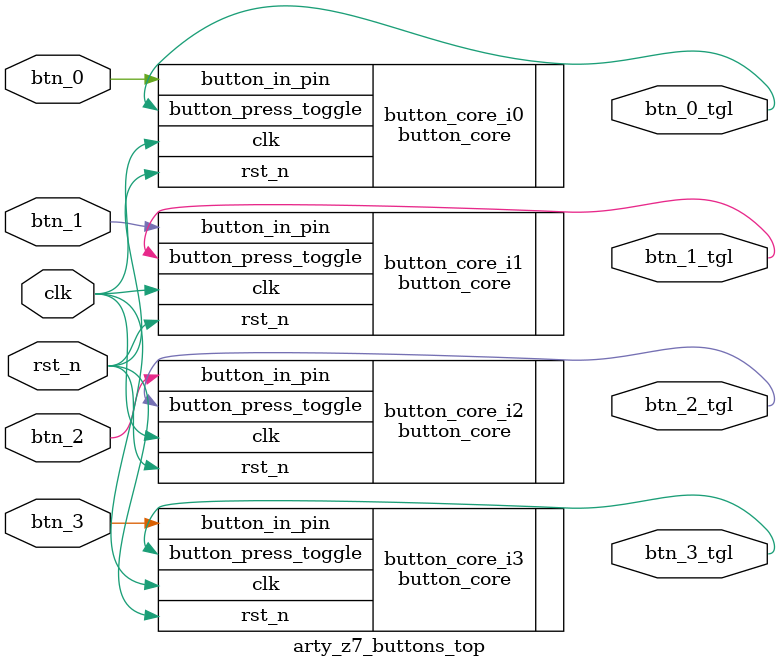
<source format=sv>

`default_nettype none

module arty_z7_buttons_top (
    input  wire  clk,
    input  wire  rst_n,

    input  wire  btn_0,
    input  wire  btn_1,
    input  wire  btn_2,
    input  wire  btn_3,

    output logic btn_0_tgl,
    output logic btn_1_tgl,
    output logic btn_2_tgl,
    output logic btn_3_tgl
  );


  button_core button_core_i0 (
    .clk                 ( clk       ),
    .rst_n               ( rst_n     ),
    .button_in_pin       ( btn_0     ),
    .button_press_toggle ( btn_0_tgl )
  );

  // Buttons
  button_core button_core_i1 (
    .clk                 ( clk       ),
    .rst_n               ( rst_n     ),
    .button_in_pin       ( btn_1     ),
    .button_press_toggle ( btn_1_tgl )
  );


  button_core button_core_i2 (
    .clk                 ( clk       ),
    .rst_n               ( rst_n     ),
    .button_in_pin       ( btn_2     ),
    .button_press_toggle ( btn_2_tgl )
  );

  button_core button_core_i3 (
    .clk                 ( clk       ),
    .rst_n               ( rst_n     ),
    .button_in_pin       ( btn_3     ),
    .button_press_toggle ( btn_3_tgl )
  );

endmodule

`default_nettype wire

</source>
